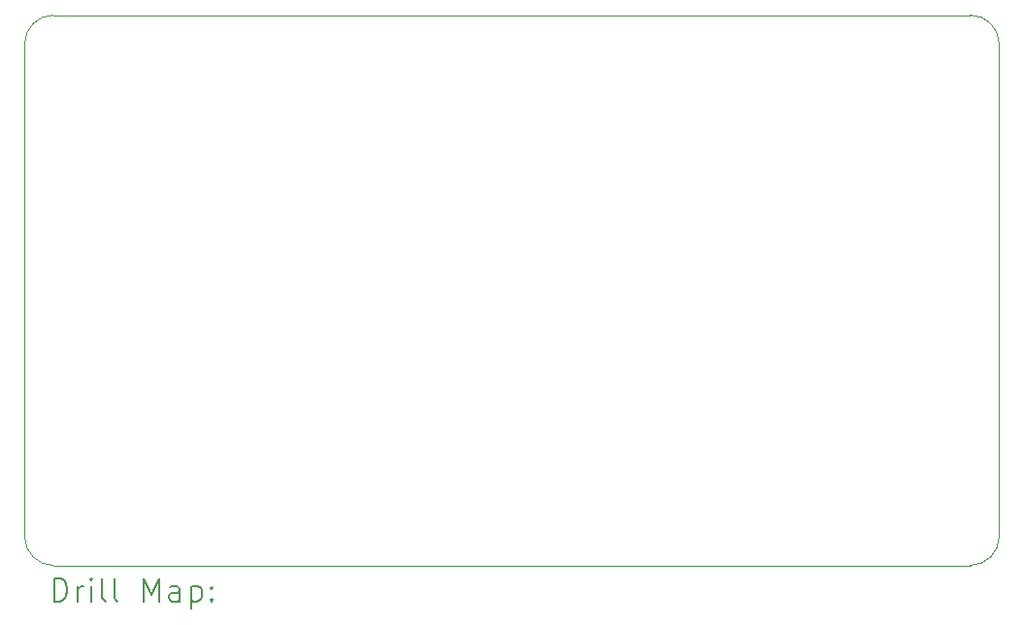
<source format=gbr>
%TF.GenerationSoftware,KiCad,Pcbnew,9.0.2*%
%TF.CreationDate,2025-06-23T15:15:25-04:00*%
%TF.ProjectId,GamePad,47616d65-5061-4642-9e6b-696361645f70,rev?*%
%TF.SameCoordinates,Original*%
%TF.FileFunction,Drillmap*%
%TF.FilePolarity,Positive*%
%FSLAX45Y45*%
G04 Gerber Fmt 4.5, Leading zero omitted, Abs format (unit mm)*
G04 Created by KiCad (PCBNEW 9.0.2) date 2025-06-23 15:15:25*
%MOMM*%
%LPD*%
G01*
G04 APERTURE LIST*
%ADD10C,0.050000*%
%ADD11C,0.200000*%
G04 APERTURE END LIST*
D10*
X1476875Y-19783125D02*
G75*
G02*
X1226875Y-19533125I0J250000D01*
G01*
X9726875Y-19533125D02*
G75*
G02*
X9476875Y-19783125I-249995J-5D01*
G01*
X1226875Y-15233125D02*
G75*
G02*
X1476875Y-14983125I250000J0D01*
G01*
X9476875Y-14983125D02*
G75*
G02*
X9726875Y-15233125I5J-249995D01*
G01*
X9476875Y-19783125D02*
X1476875Y-19783125D01*
X1226875Y-19533125D02*
X1226875Y-15233125D01*
X9726875Y-15233125D02*
X9726875Y-19533125D01*
X1476875Y-14983125D02*
X9476875Y-14983125D01*
D11*
X1485152Y-20097109D02*
X1485152Y-19897109D01*
X1485152Y-19897109D02*
X1532771Y-19897109D01*
X1532771Y-19897109D02*
X1561342Y-19906633D01*
X1561342Y-19906633D02*
X1580390Y-19925680D01*
X1580390Y-19925680D02*
X1589914Y-19944728D01*
X1589914Y-19944728D02*
X1599437Y-19982823D01*
X1599437Y-19982823D02*
X1599437Y-20011395D01*
X1599437Y-20011395D02*
X1589914Y-20049490D01*
X1589914Y-20049490D02*
X1580390Y-20068537D01*
X1580390Y-20068537D02*
X1561342Y-20087585D01*
X1561342Y-20087585D02*
X1532771Y-20097109D01*
X1532771Y-20097109D02*
X1485152Y-20097109D01*
X1685152Y-20097109D02*
X1685152Y-19963775D01*
X1685152Y-20001871D02*
X1694676Y-19982823D01*
X1694676Y-19982823D02*
X1704199Y-19973299D01*
X1704199Y-19973299D02*
X1723247Y-19963775D01*
X1723247Y-19963775D02*
X1742295Y-19963775D01*
X1808961Y-20097109D02*
X1808961Y-19963775D01*
X1808961Y-19897109D02*
X1799437Y-19906633D01*
X1799437Y-19906633D02*
X1808961Y-19916156D01*
X1808961Y-19916156D02*
X1818485Y-19906633D01*
X1818485Y-19906633D02*
X1808961Y-19897109D01*
X1808961Y-19897109D02*
X1808961Y-19916156D01*
X1932771Y-20097109D02*
X1913723Y-20087585D01*
X1913723Y-20087585D02*
X1904199Y-20068537D01*
X1904199Y-20068537D02*
X1904199Y-19897109D01*
X2037533Y-20097109D02*
X2018485Y-20087585D01*
X2018485Y-20087585D02*
X2008961Y-20068537D01*
X2008961Y-20068537D02*
X2008961Y-19897109D01*
X2266104Y-20097109D02*
X2266104Y-19897109D01*
X2266104Y-19897109D02*
X2332771Y-20039966D01*
X2332771Y-20039966D02*
X2399438Y-19897109D01*
X2399438Y-19897109D02*
X2399438Y-20097109D01*
X2580390Y-20097109D02*
X2580390Y-19992347D01*
X2580390Y-19992347D02*
X2570866Y-19973299D01*
X2570866Y-19973299D02*
X2551819Y-19963775D01*
X2551819Y-19963775D02*
X2513723Y-19963775D01*
X2513723Y-19963775D02*
X2494676Y-19973299D01*
X2580390Y-20087585D02*
X2561342Y-20097109D01*
X2561342Y-20097109D02*
X2513723Y-20097109D01*
X2513723Y-20097109D02*
X2494676Y-20087585D01*
X2494676Y-20087585D02*
X2485152Y-20068537D01*
X2485152Y-20068537D02*
X2485152Y-20049490D01*
X2485152Y-20049490D02*
X2494676Y-20030442D01*
X2494676Y-20030442D02*
X2513723Y-20020918D01*
X2513723Y-20020918D02*
X2561342Y-20020918D01*
X2561342Y-20020918D02*
X2580390Y-20011395D01*
X2675628Y-19963775D02*
X2675628Y-20163775D01*
X2675628Y-19973299D02*
X2694676Y-19963775D01*
X2694676Y-19963775D02*
X2732771Y-19963775D01*
X2732771Y-19963775D02*
X2751819Y-19973299D01*
X2751819Y-19973299D02*
X2761342Y-19982823D01*
X2761342Y-19982823D02*
X2770866Y-20001871D01*
X2770866Y-20001871D02*
X2770866Y-20059014D01*
X2770866Y-20059014D02*
X2761342Y-20078061D01*
X2761342Y-20078061D02*
X2751819Y-20087585D01*
X2751819Y-20087585D02*
X2732771Y-20097109D01*
X2732771Y-20097109D02*
X2694676Y-20097109D01*
X2694676Y-20097109D02*
X2675628Y-20087585D01*
X2856580Y-20078061D02*
X2866104Y-20087585D01*
X2866104Y-20087585D02*
X2856580Y-20097109D01*
X2856580Y-20097109D02*
X2847057Y-20087585D01*
X2847057Y-20087585D02*
X2856580Y-20078061D01*
X2856580Y-20078061D02*
X2856580Y-20097109D01*
X2856580Y-19973299D02*
X2866104Y-19982823D01*
X2866104Y-19982823D02*
X2856580Y-19992347D01*
X2856580Y-19992347D02*
X2847057Y-19982823D01*
X2847057Y-19982823D02*
X2856580Y-19973299D01*
X2856580Y-19973299D02*
X2856580Y-19992347D01*
M02*

</source>
